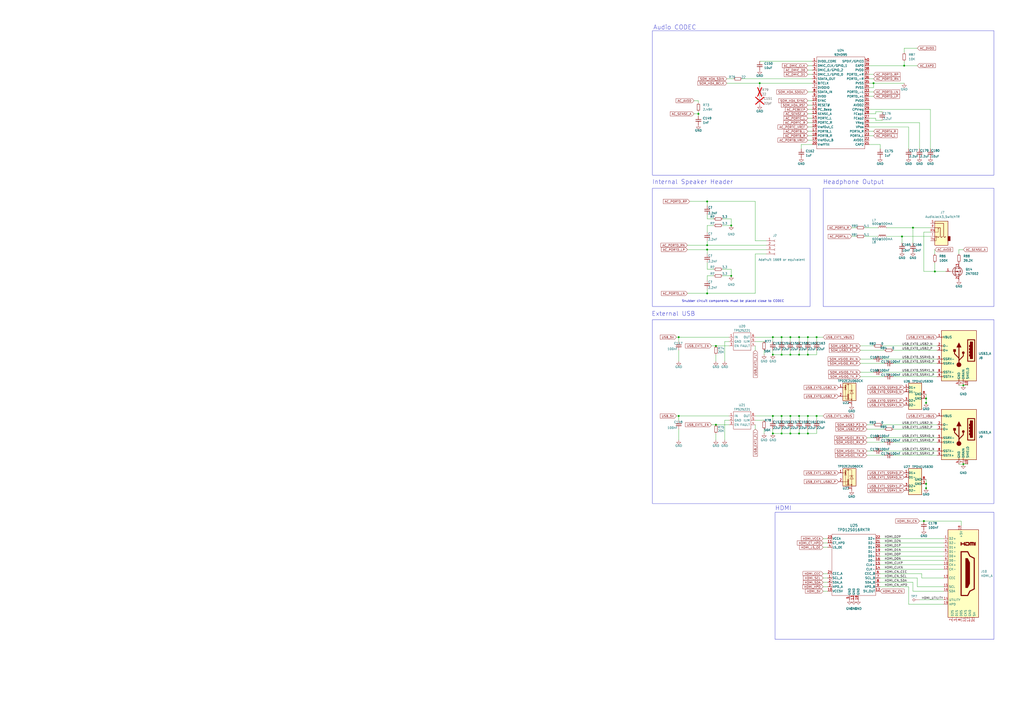
<source format=kicad_sch>
(kicad_sch (version 20231120) (generator "eeschema") (generator_version "8.0")
  (paper "A2")
  (title_block (title "MediaCow Touch 2 Lite \"Curitiba\" - IO") (date "2025-03-23 - 2025-06-04") (company "CTCL 2021-2025"))
  (junction (at 468.63 205.74))
  (junction (at 463.55 205.74))
  (junction (at 424.18 160.02))
  (junction (at 542.29 157.48))
  (junction (at 463.55 241.3))
  (junction (at 529.59 132.08))
  (junction (at 458.47 241.3))
  (junction (at 468.63 195.58))
  (junction (at 537.21 283.21))
  (junction (at 453.39 241.3))
  (junction (at 535.94 302.26))
  (junction (at 410.21 142.24))
  (junction (at 523.24 137.16))
  (junction (at 405.13 66.04))
  (junction (at 448.31 205.74))
  (junction (at 537.21 233.68))
  (junction (at 458.47 195.58))
  (junction (at 463.55 195.58))
  (junction (at 448.31 241.3))
  (junction (at 453.39 205.74))
  (junction (at 558.8 269.24))
  (junction (at 415.29 200.66))
  (junction (at 468.63 251.46))
  (junction (at 448.31 251.46))
  (junction (at 458.47 251.46))
  (junction (at 463.55 251.46))
  (junction (at 537.21 231.14))
  (junction (at 453.39 251.46))
  (junction (at 468.63 241.3))
  (junction (at 473.71 241.3))
  (junction (at 537.21 280.67))
  (junction (at 473.71 195.58))
  (junction (at 424.18 130.81))
  (junction (at 440.69 48.26))
  (junction (at 453.39 195.58))
  (junction (at 458.47 205.74))
  (junction (at 410.21 170.18))
  (junction (at 393.7 241.3))
  (junction (at 410.21 144.78))
  (junction (at 448.31 195.58))
  (junction (at 410.21 116.84))
  (junction (at 506.73 48.26))
  (junction (at 415.29 246.38))
  (junction (at 393.7 195.58))
  (junction (at 558.8 223.52))
  (junction (at 524.51 38.1))
  (wire (pts (xy 410.21 160.02) (xy 414.02 160.02)))
  (wire (pts (xy 533.4 86.36) (xy 533.4 71.12)))
  (wire (pts (xy 508 64.77) (xy 508 66.04)))
  (wire (pts (xy 453.39 251.46) (xy 453.39 248.92)))
  (wire (pts (xy 468.63 251.46) (xy 468.63 248.92)))
  (wire (pts (xy 510.54 327.66) (xy 547.37 327.66)))
  (wire (pts (xy 443.23 251.46) (xy 443.23 248.92)))
  (wire (pts (xy 501.65 132.08) (xy 509.27 132.08)))
  (wire (pts (xy 527.05 86.36) (xy 527.05 73.66)))
  (wire (pts (xy 556.26 144.78) (xy 556.26 147.32)))
  (wire (pts (xy 494.03 137.16) (xy 496.57 137.16)))
  (wire (pts (xy 548.64 157.48) (xy 542.29 157.48)))
  (wire (pts (xy 502.92 248.92) (xy 513.08 248.92)))
  (wire (pts (xy 410.21 134.62) (xy 410.21 130.81)))
  (wire (pts (xy 438.15 139.7) (xy 444.5 139.7)))
  (wire (pts (xy 415.29 251.46) (xy 415.29 255.27)))
  (wire (pts (xy 458.47 241.3) (xy 463.55 241.3)))
  (wire (pts (xy 453.39 241.3) (xy 458.47 241.3)))
  (wire (pts (xy 506.73 45.72) (xy 504.19 45.72)))
  (wire (pts (xy 537.21 280.67) (xy 537.21 283.21)))
  (wire (pts (xy 468.63 78.74) (xy 471.17 78.74)))
  (wire (pts (xy 510.54 325.12) (xy 547.37 325.12)))
  (wire (pts (xy 448.31 251.46) (xy 453.39 251.46)))
  (wire (pts (xy 477.52 312.42) (xy 480.06 312.42)))
  (wire (pts (xy 405.13 64.77) (xy 405.13 66.04)))
  (wire (pts (xy 392.43 195.58) (xy 393.7 195.58)))
  (wire (pts (xy 415.29 205.74) (xy 415.29 209.55)))
  (wire (pts (xy 499.11 215.9) (xy 506.73 215.9)))
  (wire (pts (xy 527.05 350.52) (xy 547.37 350.52)))
  (wire (pts (xy 558.8 223.52) (xy 561.34 223.52)))
  (wire (pts (xy 537.21 228.6) (xy 537.21 231.14)))
  (wire (pts (xy 419.1 127) (xy 424.18 127)))
  (wire (pts (xy 527.05 73.66) (xy 504.19 73.66)))
  (wire (pts (xy 506.73 76.2) (xy 504.19 76.2)))
  (wire (pts (xy 506.73 55.88) (xy 504.19 55.88)))
  (wire (pts (xy 393.7 195.58) (xy 422.91 195.58)))
  (wire (pts (xy 458.47 251.46) (xy 463.55 251.46)))
  (wire (pts (xy 468.63 58.42) (xy 471.17 58.42)))
  (wire (pts (xy 420.37 198.12) (xy 422.91 198.12)))
  (wire (pts (xy 458.47 205.74) (xy 458.47 203.2)))
  (wire (pts (xy 400.05 116.84) (xy 410.21 116.84)))
  (wire (pts (xy 510.54 83.82) (xy 504.19 83.82)))
  (wire (pts (xy 398.78 170.18) (xy 410.21 170.18)))
  (wire (pts (xy 438.15 248.92) (xy 438.15 246.38)))
  (wire (pts (xy 468.63 71.12) (xy 471.17 71.12)))
  (wire (pts (xy 532.13 335.28) (xy 532.13 340.36)))
  (wire (pts (xy 419.1 156.21) (xy 424.18 156.21)))
  (wire (pts (xy 508 66.04) (xy 504.19 66.04)))
  (wire (pts (xy 415.29 200.66) (xy 422.91 200.66)))
  (wire (pts (xy 393.7 241.3) (xy 422.91 241.3)))
  (wire (pts (xy 443.23 205.74) (xy 443.23 203.2)))
  (wire (pts (xy 511.81 200.66) (xy 543.56 200.66)))
  (wire (pts (xy 473.71 241.3) (xy 477.52 241.3)))
  (wire (pts (xy 458.47 195.58) (xy 463.55 195.58)))
  (wire (pts (xy 514.35 137.16) (xy 523.24 137.16)))
  (wire (pts (xy 510.54 335.28) (xy 532.13 335.28)))
  (wire (pts (xy 438.15 198.12) (xy 443.23 198.12)))
  (wire (pts (xy 453.39 195.58) (xy 458.47 195.58)))
  (wire (pts (xy 438.15 241.3) (xy 448.31 241.3)))
  (wire (pts (xy 532.13 27.94) (xy 524.51 27.94)))
  (wire (pts (xy 510.54 314.96) (xy 547.37 314.96)))
  (wire (pts (xy 534.67 335.28) (xy 534.67 332.74)))
  (wire (pts (xy 410.21 127) (xy 414.02 127)))
  (wire (pts (xy 473.71 205.74) (xy 473.71 203.2)))
  (wire (pts (xy 510.54 86.36) (xy 510.54 83.82)))
  (wire (pts (xy 410.21 116.84) (xy 410.21 119.38)))
  (wire (pts (xy 402.59 66.04) (xy 405.13 66.04)))
  (wire (pts (xy 506.73 48.26) (xy 506.73 50.8)))
  (wire (pts (xy 556.26 223.52) (xy 558.8 223.52)))
  (wire (pts (xy 499.11 210.82) (xy 513.08 210.82)))
  (wire (pts (xy 508 69.85) (xy 511.81 69.85)))
  (wire (pts (xy 524.51 27.94) (xy 524.51 30.48)))
  (wire (pts (xy 438.15 116.84) (xy 410.21 116.84)))
  (wire (pts (xy 477.52 332.74) (xy 480.06 332.74)))
  (wire (pts (xy 527.05 340.36) (xy 527.05 350.52)))
  (wire (pts (xy 542.29 157.48) (xy 535.94 157.48)))
  (wire (pts (xy 421.64 48.26) (xy 440.69 48.26)))
  (wire (pts (xy 463.55 251.46) (xy 463.55 248.92)))
  (wire (pts (xy 539.75 86.36) (xy 539.75 63.5)))
  (wire (pts (xy 518.16 203.2) (xy 543.56 203.2)))
  (wire (pts (xy 534.67 332.74) (xy 510.54 332.74)))
  (wire (pts (xy 514.35 132.08) (xy 529.59 132.08)))
  (wire (pts (xy 438.15 116.84) (xy 438.15 139.7)))
  (wire (pts (xy 410.21 124.46) (xy 410.21 127)))
  (wire (pts (xy 424.18 127) (xy 424.18 130.81)))
  (wire (pts (xy 468.63 43.18) (xy 471.17 43.18)))
  (wire (pts (xy 506.73 43.18) (xy 504.19 43.18)))
  (wire (pts (xy 410.21 152.4) (xy 410.21 156.21)))
  (wire (pts (xy 464.82 86.36) (xy 464.82 83.82)))
  (wire (pts (xy 405.13 58.42) (xy 405.13 59.69)))
  (wire (pts (xy 468.63 195.58) (xy 468.63 198.12)))
  (wire (pts (xy 533.4 302.26) (xy 535.94 302.26)))
  (wire (pts (xy 524.51 38.1) (xy 504.19 38.1)))
  (wire (pts (xy 477.52 340.36) (xy 480.06 340.36)))
  (wire (pts (xy 537.21 231.14) (xy 537.21 233.68)))
  (wire (pts (xy 393.7 209.55) (xy 393.7 203.2)))
  (wire (pts (xy 468.63 73.66) (xy 471.17 73.66)))
  (wire (pts (xy 453.39 241.3) (xy 453.39 243.84)))
  (wire (pts (xy 438.15 195.58) (xy 448.31 195.58)))
  (wire (pts (xy 524.51 38.1) (xy 532.13 38.1)))
  (wire (pts (xy 402.59 58.42) (xy 405.13 58.42)))
  (wire (pts (xy 468.63 63.5) (xy 471.17 63.5)))
  (wire (pts (xy 556.26 269.24) (xy 558.8 269.24)))
  (wire (pts (xy 448.31 243.84) (xy 448.31 241.3)))
  (wire (pts (xy 477.52 314.96) (xy 480.06 314.96)))
  (wire (pts (xy 502.92 254) (xy 506.73 254)))
  (wire (pts (xy 558.8 144.78) (xy 556.26 144.78)))
  (wire (pts (xy 420.37 255.27) (xy 420.37 243.84)))
  (wire (pts (xy 415.29 246.38) (xy 422.91 246.38)))
  (wire (pts (xy 438.15 170.18) (xy 438.15 147.32)))
  (wire (pts (xy 529.59 132.08) (xy 529.59 140.97)))
  (wire (pts (xy 510.54 320.04) (xy 547.37 320.04)))
  (wire (pts (xy 510.54 312.42) (xy 547.37 312.42)))
  (wire (pts (xy 524.51 35.56) (xy 524.51 38.1)))
  (wire (pts (xy 533.4 347.98) (xy 547.37 347.98)))
  (wire (pts (xy 463.55 251.46) (xy 468.63 251.46)))
  (wire (pts (xy 468.63 60.96) (xy 471.17 60.96)))
  (wire (pts (xy 518.16 218.44) (xy 543.56 218.44)))
  (wire (pts (xy 410.21 142.24) (xy 444.5 142.24)))
  (wire (pts (xy 392.43 241.3) (xy 393.7 241.3)))
  (wire (pts (xy 468.63 53.34) (xy 471.17 53.34)))
  (wire (pts (xy 499.11 200.66) (xy 506.73 200.66)))
  (wire (pts (xy 510.54 340.36) (xy 527.05 340.36)))
  (wire (pts (xy 511.81 246.38) (xy 543.56 246.38)))
  (wire (pts (xy 511.81 208.28) (xy 543.56 208.28)))
  (wire (pts (xy 468.63 205.74) (xy 468.63 203.2)))
  (wire (pts (xy 420.37 209.55) (xy 420.37 198.12)))
  (wire (pts (xy 468.63 241.3) (xy 468.63 243.84)))
  (wire (pts (xy 523.24 137.16) (xy 539.75 137.16)))
  (wire (pts (xy 557.53 302.26) (xy 557.53 304.8)))
  (wire (pts (xy 502.92 261.62) (xy 506.73 261.62)))
  (wire (pts (xy 463.55 241.3) (xy 468.63 241.3)))
  (wire (pts (xy 458.47 205.74) (xy 463.55 205.74)))
  (wire (pts (xy 510.54 317.5) (xy 547.37 317.5)))
  (wire (pts (xy 506.73 53.34) (xy 504.19 53.34)))
  (wire (pts (xy 463.55 241.3) (xy 463.55 243.84)))
  (wire (pts (xy 468.63 251.46) (xy 473.71 251.46)))
  (wire (pts (xy 532.13 340.36) (xy 547.37 340.36)))
  (wire (pts (xy 464.82 83.82) (xy 471.17 83.82)))
  (wire (pts (xy 473.71 251.46) (xy 473.71 248.92)))
  (wire (pts (xy 547.37 342.9) (xy 529.59 342.9)))
  (wire (pts (xy 511.81 254) (xy 543.56 254)))
  (wire (pts (xy 412.75 246.38) (xy 415.29 246.38)))
  (wire (pts (xy 440.69 48.26) (xy 440.69 50.8)))
  (wire (pts (xy 542.29 152.4) (xy 542.29 157.48)))
  (wire (pts (xy 535.94 302.26) (xy 557.53 302.26)))
  (wire (pts (xy 405.13 67.31) (xy 405.13 66.04)))
  (wire (pts (xy 448.31 195.58) (xy 453.39 195.58)))
  (wire (pts (xy 468.63 68.58) (xy 471.17 68.58)))
  (wire (pts (xy 448.31 241.3) (xy 453.39 241.3)))
  (wire (pts (xy 412.75 200.66) (xy 415.29 200.66)))
  (wire (pts (xy 468.63 195.58) (xy 473.71 195.58)))
  (wire (pts (xy 473.71 241.3) (xy 473.71 243.84)))
  (wire (pts (xy 477.52 342.9) (xy 480.06 342.9)))
  (wire (pts (xy 420.37 243.84) (xy 422.91 243.84)))
  (wire (pts (xy 542.29 144.78) (xy 542.29 147.32)))
  (wire (pts (xy 502.92 264.16) (xy 513.08 264.16)))
  (wire (pts (xy 502.92 246.38) (xy 506.73 246.38)))
  (wire (pts (xy 421.64 45.72) (xy 425.45 45.72)))
  (wire (pts (xy 419.1 160.02) (xy 424.18 160.02)))
  (wire (pts (xy 504.19 68.58) (xy 508 68.58)))
  (wire (pts (xy 535.94 157.48) (xy 535.94 134.62)))
  (wire (pts (xy 523.24 137.16) (xy 523.24 140.97)))
  (wire (pts (xy 473.71 195.58) (xy 473.71 198.12)))
  (wire (pts (xy 547.37 335.28) (xy 534.67 335.28)))
  (wire (pts (xy 458.47 241.3) (xy 458.47 243.84)))
  (wire (pts (xy 463.55 205.74) (xy 463.55 203.2)))
  (wire (pts (xy 504.19 48.26) (xy 506.73 48.26)))
  (wire (pts (xy 453.39 205.74) (xy 458.47 205.74)))
  (wire (pts (xy 511.81 261.62) (xy 543.56 261.62)))
  (wire (pts (xy 410.21 167.64) (xy 410.21 170.18)))
  (wire (pts (xy 440.69 35.56) (xy 471.17 35.56)))
  (wire (pts (xy 494.03 132.08) (xy 496.57 132.08)))
  (wire (pts (xy 468.63 76.2) (xy 471.17 76.2)))
  (wire (pts (xy 468.63 81.28) (xy 471.17 81.28)))
  (wire (pts (xy 438.15 243.84) (xy 443.23 243.84)))
  (wire (pts (xy 448.31 205.74) (xy 453.39 205.74)))
  (wire (pts (xy 448.31 251.46) (xy 448.31 248.92)))
  (wire (pts (xy 424.18 156.21) (xy 424.18 160.02)))
  (wire (pts (xy 518.16 256.54) (xy 543.56 256.54)))
  (wire (pts (xy 510.54 322.58) (xy 547.37 322.58)))
  (wire (pts (xy 506.73 78.74) (xy 504.19 78.74)))
  (wire (pts (xy 430.53 45.72) (xy 471.17 45.72)))
  (wire (pts (xy 501.65 137.16) (xy 509.27 137.16)))
  (wire (pts (xy 398.78 142.24) (xy 410.21 142.24)))
  (wire (pts (xy 537.21 278.13) (xy 537.21 280.67)))
  (wire (pts (xy 453.39 205.74) (xy 453.39 203.2)))
  (wire (pts (xy 506.73 50.8) (xy 504.19 50.8)))
  (wire (pts (xy 508 69.85) (xy 508 68.58)))
  (wire (pts (xy 477.52 335.28) (xy 480.06 335.28)))
  (wire (pts (xy 393.7 198.12) (xy 393.7 195.58)))
  (wire (pts (xy 438.15 147.32) (xy 444.5 147.32)))
  (wire (pts (xy 499.11 208.28) (xy 506.73 208.28)))
  (wire (pts (xy 499.11 218.44) (xy 513.08 218.44)))
  (wire (pts (xy 463.55 205.74) (xy 468.63 205.74)))
  (wire (pts (xy 448.31 198.12) (xy 448.31 195.58)))
  (wire (pts (xy 438.15 203.2) (xy 438.15 200.66)))
  (wire (pts (xy 529.59 342.9) (xy 529.59 337.82)))
  (wire (pts (xy 419.1 130.81) (xy 424.18 130.81)))
  (wire (pts (xy 468.63 40.64) (xy 471.17 40.64)))
  (wire (pts (xy 535.94 134.62) (xy 539.75 134.62)))
  (wire (pts (xy 398.78 144.78) (xy 410.21 144.78)))
  (wire (pts (xy 502.92 256.54) (xy 513.08 256.54)))
  (wire (pts (xy 477.52 317.5) (xy 480.06 317.5)))
  (wire (pts (xy 504.19 63.5) (xy 539.75 63.5)))
  (wire (pts (xy 440.69 48.26) (xy 471.17 48.26)))
  (wire (pts (xy 458.47 251.46) (xy 458.47 248.92)))
  (wire (pts (xy 410.21 147.32) (xy 410.21 144.78)))
  (wire (pts (xy 410.21 162.56) (xy 410.21 160.02)))
  (wire (pts (xy 477.52 337.82) (xy 480.06 337.82)))
  (wire (pts (xy 458.47 195.58) (xy 458.47 198.12)))
  (wire (pts (xy 468.63 66.04) (xy 471.17 66.04)))
  (wire (pts (xy 453.39 195.58) (xy 453.39 198.12)))
  (wire (pts (xy 393.7 255.27) (xy 393.7 248.92)))
  (wire (pts (xy 473.71 195.58) (xy 477.52 195.58)))
  (wire (pts (xy 506.73 48.26) (xy 524.51 48.26)))
  (wire (pts (xy 453.39 251.46) (xy 458.47 251.46)))
  (wire (pts (xy 463.55 195.58) (xy 468.63 195.58)))
  (wire (pts (xy 529.59 337.82) (xy 510.54 337.82)))
  (wire (pts (xy 393.7 243.84) (xy 393.7 241.3)))
  (wire (pts (xy 518.16 264.16) (xy 543.56 264.16)))
  (wire (pts (xy 468.63 38.1) (xy 471.17 38.1)))
  (wire (pts (xy 410.21 130.81) (xy 414.02 130.81)))
  (wire (pts (xy 511.81 215.9) (xy 543.56 215.9)))
  (wire (pts (xy 510.54 330.2) (xy 547.37 330.2)))
  (wire (pts (xy 499.11 203.2) (xy 513.08 203.2)))
  (wire (pts (xy 448.31 205.74) (xy 448.31 203.2)))
  (wire (pts (xy 468.63 241.3) (xy 473.71 241.3)))
  (wire (pts (xy 518.16 210.82) (xy 543.56 210.82)))
  (wire (pts (xy 533.4 71.12) (xy 504.19 71.12)))
  (wire (pts (xy 410.21 170.18) (xy 438.15 170.18)))
  (wire (pts (xy 410.21 156.21) (xy 414.02 156.21)))
  (wire (pts (xy 463.55 195.58) (xy 463.55 198.12)))
  (wire (pts (xy 508 64.77) (xy 511.81 64.77)))
  (wire (pts (xy 410.21 139.7) (xy 410.21 142.24)))
  (wire (pts (xy 558.8 269.24) (xy 561.34 269.24)))
  (wire (pts (xy 518.16 248.92) (xy 543.56 248.92)))
  (wire (pts (xy 410.21 144.78) (xy 444.5 144.78)))
  (wire (pts (xy 529.59 132.08) (xy 539.75 132.08)))
  (wire (pts (xy 468.63 205.74) (xy 473.71 205.74)))
  (rectangle (start 477.52 109.22) (end 576.58 177.8))
  (rectangle (start 378.46 17.78) (end 576.58 101.6))
  (rectangle (start 378.46 109.22) (end 469.9 177.8))
  (rectangle (start 449.58 297.18) (end 576.58 370.84))
  (rectangle (start 378.46 185.42) (end 576.58 292.1))
  (text "Audio CODEC" (at 391.414 16.002 0) (effects (font (size 2.54 2.54))))
  (text "Snubber circuit components must be placed close to CODEC" (at 425.196 174.752 0) (effects (font (size 1.27 1.27))))
  (text "External USB\n" (at 390.652 182.118 0) (effects (font (size 2.54 2.54))))
  (text "HDMI" (at 454.406 294.894 0) (effects (font (size 2.54 2.54))))
  (text "Headphone Output" (at 495.046 105.664 0) (effects (font (size 2.54 2.54))))
  (text "Internal Speaker Header" (at 401.828 105.664 0) (effects (font (size 2.54 2.54))))
  (label "HDMI_CN_SCL" (at 513.08 335.28 0))
  (label "USB_EXT0_USB2_N" (at 523.24 200.66 0))
  (label "USB_EXT1_SSRX0_P" (at 523.24 256.54 0))
  (label "USB_EXT1_SSRX0_N" (at 523.24 254 0))
  (label "HDMI_CLKP" (at 513.08 327.66 0))
  (label "HDMI_CLKN" (at 513.08 330.2 0))
  (label "HDMI_CN_SDA" (at 513.08 337.82 0))
  (label "HDMI_D2N" (at 513.08 314.96 0))
  (label "USB_EXT0_SSRX0_P" (at 523.24 210.82 0))
  (label "HDMI_D0P" (at 513.08 322.58 0))
  (label "USB_EXT1_USB2_P" (at 523.24 248.92 0))
  (label "USB_EXT1_SSRX1_P" (at 523.24 264.16 0))
  (label "HDMI_UTILITY" (at 534.67 347.98 0))
  (label "USB_EXT0_SSRX1_P" (at 523.24 218.44 0))
  (label "HDMI_CN_CEC" (at 513.08 332.74 0))
  (label "USB_EXT0_USB2_P" (at 523.24 203.2 0))
  (label "USB_EXT1_USB2_N" (at 523.24 246.38 0))
  (label "USB_EXT1_SSRX1_N" (at 523.24 261.62 0))
  (label "HDMI_D2P" (at 513.08 312.42 0))
  (label "HDMI_CN_HPD" (at 513.08 340.36 0))
  (label "USB_EXT0_SSRX0_N" (at 523.24 208.28 0))
  (label "HDMI_D1P" (at 513.08 317.5 0))
  (label "USB_EXT0_SSRX1_N" (at 523.24 215.9 0))
  (label "HDMI_D1N" (at 513.08 320.04 0))
  (label "HDMI_D0N" (at 513.08 325.12 0))
  (global_label "AC_PORTD_RP" (shape input) (at 400.05 116.84 180) (property "Intersheetrefs" "${INTERSHEET_REFS}" (effects (hide yes))))
  (global_label "AC_PORTC_VREF" (shape input) (at 468.63 73.66 180) (property "Intersheetrefs" "${INTERSHEET_REFS}" (effects (hide yes))))
  (global_label "AC_SENSE_A" (shape input) (at 558.8 144.78 0) (property "Intersheetrefs" "${INTERSHEET_REFS}" (effects (hide yes))))
  (global_label "AC_PORTD_RN" (shape input) (at 398.78 142.24 180) (property "Intersheetrefs" "${INTERSHEET_REFS}" (effects (hide yes))))
  (global_label "AC_PCBEEP" (shape input) (at 468.63 63.5 180) (property "Intersheetrefs" "${INTERSHEET_REFS}" (effects (hide yes))))
  (global_label "USB_EXT1_FLT" (shape input) (at 438.15 248.92 270) (property "Intersheetrefs" "${INTERSHEET_REFS}" (effects (hide yes))))
  (global_label "AC_PORTA_R" (shape input) (at 506.73 76.2 0) (property "Intersheetrefs" "${INTERSHEET_REFS}" (effects (hide yes))))
  (global_label "HDMI_SCL" (shape input) (at 477.52 335.28 180) (property "Intersheetrefs" "${INTERSHEET_REFS}" (effects (hide yes))))
  (global_label "USB_EXT1_EN" (shape input) (at 412.75 246.38 180) (property "Intersheetrefs" "${INTERSHEET_REFS}" (effects (hide yes))))
  (global_label "HDMI_5V" (shape input) (at 477.52 342.9 180) (property "Intersheetrefs" "${INTERSHEET_REFS}" (effects (hide yes))))
  (global_label "HDMI_CT_HPD" (shape input) (at 477.52 314.96 180) (property "Intersheetrefs" "${INTERSHEET_REFS}" (effects (hide yes))))
  (global_label "SOM_HSIO1_RX_P" (shape input) (at 502.92 256.54 180) (property "Intersheetrefs" "${INTERSHEET_REFS}" (effects (hide yes))))
  (global_label "SOM_USB2_P1_N" (shape input) (at 499.11 200.66 180) (property "Intersheetrefs" "${INTERSHEET_REFS}" (effects (hide yes))))
  (global_label "USB_EXT0_SSRX1_N" (shape input) (at 524.51 234.95 180) (property "Intersheetrefs" "${INTERSHEET_REFS}" (effects (hide yes))))
  (global_label "AC_PORTC_L" (shape input) (at 468.63 68.58 180) (property "Intersheetrefs" "${INTERSHEET_REFS}" (effects (hide yes))))
  (global_label "HDMI_5V_CN" (shape input) (at 510.54 342.9 0) (property "Intersheetrefs" "${INTERSHEET_REFS}" (effects (hide yes))))
  (global_label "USB_EXT1_SSRX0_P" (shape input) (at 524.51 274.32 180) (property "Intersheetrefs" "${INTERSHEET_REFS}" (effects (hide yes))))
  (global_label "USB_EXT0_USB2_P" (shape input) (at 486.41 229.87 180) (property "Intersheetrefs" "${INTERSHEET_REFS}" (effects (hide yes))))
  (global_label "USB_EXT1_USB2_N" (shape input) (at 486.41 274.32 180) (property "Intersheetrefs" "${INTERSHEET_REFS}" (effects (hide yes))))
  (global_label "SOM_HSIO0_RX_N" (shape input) (at 499.11 208.28 180) (property "Intersheetrefs" "${INTERSHEET_REFS}" (effects (hide yes))))
  (global_label "AC_PORTD_RP" (shape input) (at 506.73 43.18 0) (property "Intersheetrefs" "${INTERSHEET_REFS}" (effects (hide yes))))
  (global_label "AC_DMIC_D1" (shape input) (at 468.63 43.18 180) (property "Intersheetrefs" "${INTERSHEET_REFS}" (effects (hide yes))))
  (global_label "AC_PORTA_L" (shape input) (at 506.73 78.74 0) (property "Intersheetrefs" "${INTERSHEET_REFS}" (effects (hide yes))))
  (global_label "USB_5V" (shape input) (at 392.43 195.58 180) (property "Intersheetrefs" "${INTERSHEET_REFS}" (effects (hide yes))))
  (global_label "SOM_HSIO1_RX_N" (shape input) (at 502.92 254 180) (property "Intersheetrefs" "${INTERSHEET_REFS}" (effects (hide yes))))
  (global_label "AC_AVDD" (shape input) (at 402.59 58.42 180) (property "Intersheetrefs" "${INTERSHEET_REFS}" (effects (hide yes))))
  (global_label "SOM_HDA_SDOUT" (shape input) (at 468.63 53.34 180) (property "Intersheetrefs" "${INTERSHEET_REFS}" (effects (hide yes))))
  (global_label "AC_PORTB_VREF" (shape input) (at 468.63 81.28 180) (property "Intersheetrefs" "${INTERSHEET_REFS}" (effects (hide yes))))
  (global_label "SOM_USB2_P2_N" (shape input) (at 502.92 246.38 180) (property "Intersheetrefs" "${INTERSHEET_REFS}" (effects (hide yes))))
  (global_label "USB_EXT0_SSRX1_P" (shape input) (at 524.51 232.41 180) (property "Intersheetrefs" "${INTERSHEET_REFS}" (effects (hide yes))))
  (global_label "USB_EXT0_VBUS" (shape input) (at 543.56 195.58 180) (property "Intersheetrefs" "${INTERSHEET_REFS}" (effects (hide yes))))
  (global_label "AC_PORTB_R" (shape input) (at 468.63 78.74 180) (property "Intersheetrefs" "${INTERSHEET_REFS}" (effects (hide yes))))
  (global_label "AC_PORTD_LN" (shape input) (at 398.78 170.18 180) (property "Intersheetrefs" "${INTERSHEET_REFS}" (effects (hide yes))))
  (global_label "USB_EXT1_VBUS" (shape input) (at 543.56 241.3 180) (property "Intersheetrefs" "${INTERSHEET_REFS}" (effects (hide yes))))
  (global_label "SOM_HDA_RST" (shape input) (at 468.63 60.96 180) (property "Intersheetrefs" "${INTERSHEET_REFS}" (effects (hide yes))))
  (global_label "AC_PORTC_R" (shape input) (at 468.63 71.12 180) (property "Intersheetrefs" "${INTERSHEET_REFS}" (effects (hide yes))))
  (global_label "SOM_USB2_P2_P" (shape input) (at 502.92 248.92 180) (property "Intersheetrefs" "${INTERSHEET_REFS}" (effects (hide yes))))
  (global_label "USB_EXT1_SSRX1_N" (shape input) (at 524.51 284.48 180) (property "Intersheetrefs" "${INTERSHEET_REFS}" (effects (hide yes))))
  (global_label "AC_SENSE_A" (shape input) (at 402.59 66.04 180) (property "Intersheetrefs" "${INTERSHEET_REFS}" (effects (hide yes))))
  (global_label "AC_DMIC_D0" (shape input) (at 468.63 40.64 180) (property "Intersheetrefs" "${INTERSHEET_REFS}" (effects (hide yes))))
  (global_label "USB_EXT0_SSRX0_P" (shape input) (at 524.51 224.79 180) (property "Intersheetrefs" "${INTERSHEET_REFS}" (effects (hide yes))))
  (global_label "SOM_HDA_SDIN" (shape input) (at 421.64 45.72 180) (property "Intersheetrefs" "${INTERSHEET_REFS}" (effects (hide yes))))
  (global_label "HDMI_HPD" (shape input) (at 477.52 340.36 180) (property "Intersheetrefs" "${INTERSHEET_REFS}" (effects (hide yes))))
  (global_label "SOM_HDA_SYNC" (shape input) (at 468.63 58.42 180) (property "Intersheetrefs" "${INTERSHEET_REFS}" (effects (hide yes))))
  (global_label "AC_PORTD_RN" (shape input) (at 506.73 45.72 0) (property "Intersheetrefs" "${INTERSHEET_REFS}" (effects (hide yes))))
  (global_label "USB_EXT1_FLT" (shape input) (at 438.15 203.2 270) (property "Intersheetrefs" "${INTERSHEET_REFS}" (effects (hide yes))))
  (global_label "SOM_HSIO0_RX_P" (shape input) (at 499.11 210.82 180) (property "Intersheetrefs" "${INTERSHEET_REFS}" (effects (hide yes))))
  (global_label "SOM_HDA_BCLK" (shape input) (at 421.64 48.26 180) (property "Intersheetrefs" "${INTERSHEET_REFS}" (effects (hide yes))))
  (global_label "USB_5V" (shape input) (at 392.43 241.3 180) (property "Intersheetrefs" "${INTERSHEET_REFS}" (effects (hide yes))))
  (global_label "HDMI_CEC" (shape input) (at 477.52 332.74 180) (property "Intersheetrefs" "${INTERSHEET_REFS}" (effects (hide yes))))
  (global_label "USB_EXT1_VBUS" (shape input) (at 477.52 195.58 0) (property "Intersheetrefs" "${INTERSHEET_REFS}" (effects (hide yes))))
  (global_label "AC_PORTD_LP" (shape input) (at 506.73 55.88 0) (property "Intersheetrefs" "${INTERSHEET_REFS}" (effects (hide yes))))
  (global_label "HDMI_LS_OE" (shape input) (at 477.52 317.5 180) (property "Intersheetrefs" "${INTERSHEET_REFS}" (effects (hide yes))))
  (global_label "AC_SENSE_A" (shape input) (at 468.63 66.04 180) (property "Intersheetrefs" "${INTERSHEET_REFS}" (effects (hide yes))))
  (global_label "AC_DVDD" (shape input) (at 532.13 27.94 0) (property "Intersheetrefs" "${INTERSHEET_REFS}" (effects (hide yes))))
  (global_label "SOM_USB2_P1_P" (shape input) (at 499.11 203.2 180) (property "Intersheetrefs" "${INTERSHEET_REFS}" (effects (hide yes))))
  (global_label "SOM_HSIO0_TX_P" (shape input) (at 499.11 218.44 180) (property "Intersheetrefs" "${INTERSHEET_REFS}" (effects (hide yes))))
  (global_label "HDMI_5V_CN" (shape input) (at 533.4 302.26 180) (property "Intersheetrefs" "${INTERSHEET_REFS}" (effects (hide yes))))
  (global_label "AC_DMIC_CLK" (shape input) (at 468.63 38.1 180) (property "Intersheetrefs" "${INTERSHEET_REFS}" (effects (hide yes))))
  (global_label "AC_PORTD_LN" (shape input) (at 506.73 53.34 0) (property "Intersheetrefs" "${INTERSHEET_REFS}" (effects (hide yes))))
  (global_label "USB_EXT1_SSRX1_P" (shape input) (at 524.51 281.94 180) (property "Intersheetrefs" "${INTERSHEET_REFS}" (effects (hide yes))))
  (global_label "AC_PORTD_LP" (shape input) (at 398.78 144.78 180) (property "Intersheetrefs" "${INTERSHEET_REFS}" (effects (hide yes))))
  (global_label "USB_EXT0_SSRX0_N" (shape input) (at 524.51 227.33 180) (property "Intersheetrefs" "${INTERSHEET_REFS}" (effects (hide yes))))
  (global_label "AC_AVDD" (shape input) (at 542.29 144.78 0) (property "Intersheetrefs" "${INTERSHEET_REFS}" (effects (hide yes))))
  (global_label "AC_EAPD" (shape input) (at 532.13 38.1 0) (property "Intersheetrefs" "${INTERSHEET_REFS}" (effects (hide yes))))
  (global_label "SOM_HSIO1_TX_P" (shape input) (at 502.92 264.16 180) (property "Intersheetrefs" "${INTERSHEET_REFS}" (effects (hide yes))))
  (global_label "SOM_HSIO0_TX_N" (shape input) (at 499.11 215.9 180) (property "Intersheetrefs" "${INTERSHEET_REFS}" (effects (hide yes))))
  (global_label "SOM_HSIO1_TX_N" (shape input) (at 502.92 261.62 180) (property "Intersheetrefs" "${INTERSHEET_REFS}" (effects (hide yes))))
  (global_label "AC_PORTA_L" (shape input) (at 494.03 137.16 180) (property "Intersheetrefs" "${INTERSHEET_REFS}" (effects (hide yes))))
  (global_label "USB_EXT1_VBUS" (shape input) (at 477.52 241.3 0) (property "Intersheetrefs" "${INTERSHEET_REFS}" (effects (hide yes))))
  (global_label "USB_EXT1_USB2_P" (shape input) (at 486.41 279.4 180) (property "Intersheetrefs" "${INTERSHEET_REFS}" (effects (hide yes))))
  (global_label "HDMI_SDA" (shape input) (at 477.52 337.82 180) (property "Intersheetrefs" "${INTERSHEET_REFS}" (effects (hide yes))))
  (global_label "USB_EXT0_USB2_N" (shape input) (at 486.41 224.79 180) (property "Intersheetrefs" "${INTERSHEET_REFS}" (effects (hide yes))))
  (global_label "USB_EXT1_SSRX0_N" (shape input) (at 524.51 276.86 180) (property "Intersheetrefs" "${INTERSHEET_REFS}" (effects (hide yes))))
  (global_label "USB_EXT1_EN" (shape input) (at 412.75 200.66 180) (property "Intersheetrefs" "${INTERSHEET_REFS}" (effects (hide yes))))
  (global_label "AC_PORTA_R" (shape input) (at 494.03 132.08 180) (property "Intersheetrefs" "${INTERSHEET_REFS}" (effects (hide yes))))
  (global_label "AC_PORTB_L" (shape input) (at 468.63 76.2 180) (property "Intersheetrefs" "${INTERSHEET_REFS}" (effects (hide yes))))
  (global_label "HDMI_VCCA" (shape input) (at 477.52 312.42 180) (property "Intersheetrefs" "${INTERSHEET_REFS}" (effects (hide yes))))
  (symbol (lib_id "power:GND") (at 537.21 233.68 0) (unit 1)
    (property "Reference" "#PWR124" (effects (hide yes)))
    (property "Value" "GND" (at 537.21 237.236 0))
    (property "Description" "Power symbol creates a global label with name \"GND\" , ground" (effects (hide yes)))
  )
  (symbol (lib_id "power:GND") (at 424.18 130.81 0) (unit 1)
    (property "Reference" "#PWR142" (effects (hide yes)))
    (property "Value" "GND" (at 424.18 135.89 0))
    (property "Description" "Power symbol creates a global label with name \"GND\" , ground" (effects (hide yes)))
  )
  (symbol (lib_id "power:GND") (at 440.69 40.64 0) (unit 1)
    (property "Reference" "#PWR105" (effects (hide yes)))
    (property "Value" "GND" (at 440.69 43.942 0))
    (property "Description" "Power symbol creates a global label with name \"GND\" , ground" (effects (hide yes)))
  )
  (symbol (lib_id "mediacow:TPD4EUSB30") (at 530.86 279.4 0) (unit 1)
    (property "Reference" "U27" (at 526.034 270.764 0))
    (property "Value" "TPD4EUSB30" (at 535.178 270.764 0))
    (property "Footprint" "Package_SON:USON-10_2.5x1.0mm_P0.5mm" (effects (hide yes)))
    (property "Datasheet" "http://www.ti.com/lit/ds/symlink/tpd2eusb30a.pdf" (effects (hide yes)))
    (property "Description" "4-Channel ESD Protection for Super-Speed USB 3.0 Interface, USON-10" (effects (hide yes)))
  )
  (symbol (lib_id "Device:C_Small") (at 473.71 246.38 0) (unit 1)
    (property "Reference" "C164" (at 473.71 244.856 0) (effects (justify left)))
    (property "Value" "22uF" (at 473.71 248.158 0) (effects (justify left)))
    (property "Footprint" "Capacitor_SMD:C_1206_3216Metric" (effects (hide yes)))
    (property "Description" "Unpolarized capacitor, small symbol" (effects (hide yes)))
  )
  (symbol (lib_id "Connector:HDMI_A") (at 557.53 332.74 0) (unit 1)
    (property "Reference" "J10" (at 568.96 331.4699 0) (effects (justify left)))
    (property "Value" "HDMI_A" (at 568.96 334.0099 0) (effects (justify left)))
    (property "Footprint" "Connector_Video:HDMI_A_Molex_208658-1001_Horizontal" (effects (hide yes)))
    (property "Description" "HDMI type A connector" (effects (hide yes)))
  )
  (symbol (lib_id "Connector:Conn_01x04_Socket") (at 449.58 142.24 0) (unit 1)
    (property "Reference" "J?" (at 448.31 136.652 0) (effects (justify left)))
    (property "Value" "Adafruit 1669 or equivalent" (at 439.928 150.622 0) (effects (justify left)))
    (property "Footprint" "Connector_JST:JST_PH_S4B-PH-K_1x04_P2.00mm_Horizontal" (effects (hide yes)))
    (property "Description" "Generic connector, single row, 01x04, script generated" (effects (hide yes)))
  )
  (symbol (lib_id "Device:C_Small") (at 410.21 149.86 0) (unit 1)
    (property "Reference" "C?" (at 410.718 148.336 0) (effects (justify left)))
    (property "Value" "2.2nF" (at 410.718 151.638 0) (effects (justify left)))
    (property "Description" "Unpolarized capacitor, small symbol" (effects (hide yes)))
  )
  (symbol (lib_id "Device:C_Small") (at 533.4 88.9 0) (unit 1)
    (property "Reference" "C179" (at 533.654 87.376 0) (effects (justify left)))
    (property "Value" "2.2uF" (at 533.654 90.678 0) (effects (justify left)))
    (property "Footprint" "Capacitor_SMD:C_0805_2012Metric" (effects (hide yes)))
    (property "Description" "Unpolarized capacitor, small symbol" (effects (hide yes)))
  )
  (symbol (lib_id "Device:R_Small") (at 515.62 203.2 90) (unit 1)
    (property "Reference" "R84" (at 512.572 201.93 90))
    (property "Value" "0" (at 518.16 201.93 90))
    (property "Footprint" "Resistor_SMD:R_0603_1608Metric" (effects (hide yes)))
    (property "Description" "Resistor, small symbol" (effects (hide yes)))
  )
  (symbol (lib_id "mediacow:TPD4EUSB30") (at 530.86 229.87 0) (unit 1)
    (property "Reference" "U26" (at 526.034 221.234 0))
    (property "Value" "TPD4EUSB30" (at 535.178 221.234 0))
    (property "Footprint" "Package_SON:USON-10_2.5x1.0mm_P0.5mm" (effects (hide yes)))
    (property "Datasheet" "http://www.ti.com/lit/ds/symlink/tpd2eusb30a.pdf" (effects (hide yes)))
    (property "Description" "4-Channel ESD Protection for Super-Speed USB 3.0 Interface, USON-10" (effects (hide yes)))
  )
  (symbol (lib_id "Device:R_Small") (at 415.29 248.92 0) (unit 1)
    (property "Reference" "R75" (at 416.306 247.904 0) (effects (justify left)))
    (property "Value" "20K" (at 416.306 249.936 0) (effects (justify left)))
    (property "Footprint" "Resistor_SMD:R_0603_1608Metric" (effects (hide yes)))
    (property "Description" "Resistor, small symbol" (effects (hide yes)))
  )
  (symbol (lib_id "Device:R_Small") (at 509.27 246.38 90) (unit 1)
    (property "Reference" "R83" (at 506.222 245.11 90))
    (property "Value" "0" (at 511.81 245.11 90))
    (property "Footprint" "Resistor_SMD:R_0603_1608Metric" (effects (hide yes)))
    (property "Description" "Resistor, small symbol" (effects (hide yes)))
  )
  (symbol (lib_id "Device:R_Small") (at 427.99 45.72 90) (unit 1)
    (property "Reference" "R76" (at 424.688 44.704 90))
    (property "Value" "22" (at 431.292 44.704 90))
    (property "Footprint" "Resistor_SMD:R_0603_1608Metric" (effects (hide yes)))
    (property "Description" "Resistor, small symbol" (effects (hide yes)))
  )
  (symbol (lib_id "power:GND") (at 424.18 160.02 0) (unit 1)
    (property "Reference" "#PWR141" (effects (hide yes)))
    (property "Value" "GND" (at 424.18 165.1 0))
    (property "Description" "Power symbol creates a global label with name \"GND\" , ground" (effects (hide yes)))
  )
  (symbol (lib_id "Device:R_Small") (at 415.29 203.2 0) (unit 1)
    (property "Reference" "R74" (at 416.306 202.184 0) (effects (justify left)))
    (property "Value" "20K" (at 416.306 204.216 0) (effects (justify left)))
    (property "Footprint" "Resistor_SMD:R_0603_1608Metric" (effects (hide yes)))
    (property "Description" "Resistor, small symbol" (effects (hide yes)))
  )
  (symbol (lib_id "Device:R_Small") (at 405.13 62.23 0) (unit 1)
    (property "Reference" "R73" (at 407.67 60.9599 0) (effects (justify left)))
    (property "Value" "2.49K" (at 407.67 63.4999 0) (effects (justify left)))
    (property "Footprint" "Resistor_SMD:R_0603_1608Metric" (effects (hide yes)))
    (property "Description" "Resistor, small symbol" (effects (hide yes)))
  )
  (symbol (lib_id "Device:C_Small") (at 509.27 261.62 90) (unit 1)
    (property "Reference" "C170" (at 507.238 260.604 90))
    (property "Value" "100nF" (at 513.08 260.604 90))
    (property "Footprint" "Capacitor_SMD:C_0603_1608Metric" (effects (hide yes)))
    (property "Description" "Unpolarized capacitor, small symbol" (effects (hide yes)))
  )
  (symbol (lib_id "power:GND") (at 527.05 91.44 0) (unit 1)
    (property "Reference" "#PWR103" (effects (hide yes)))
    (property "Value" "GND" (at 527.05 94.996 0))
    (property "Description" "Power symbol creates a global label with name \"GND\" , ground" (effects (hide yes)))
  )
  (symbol (lib_id "Device:R_Small") (at 440.69 53.34 0) (unit 1) (dnp yes)
    (property "Reference" "R79" (at 441.96 52.07 0) (effects (justify left)))
    (property "Value" "22" (at 441.96 54.61 0) (effects (justify left)))
    (property "Footprint" "Resistor_SMD:R_0603_1608Metric" (effects (hide yes)))
    (property "Description" "Resistor, small symbol" (effects (hide yes)))
  )
  (symbol (lib_id "power:GND") (at 539.75 91.44 0) (unit 1)
    (property "Reference" "#PWR101" (effects (hide yes)))
    (property "Value" "GND" (at 539.75 94.996 0))
    (property "Description" "Power symbol creates a global label with name \"GND\" , ground" (effects (hide yes)))
  )
  (symbol (lib_id "Device:R_Small") (at 509.27 200.66 90) (unit 1)
    (property "Reference" "R82" (at 506.222 199.39 90))
    (property "Value" "0" (at 511.81 199.39 90))
    (property "Footprint" "Resistor_SMD:R_0603_1608Metric" (effects (hide yes)))
    (property "Description" "Resistor, small symbol" (effects (hide yes)))
  )
  (symbol (lib_id "Device:C_Small") (at 458.47 246.38 0) (unit 1)
    (property "Reference" "C157" (at 458.47 244.856 0) (effects (justify left)))
    (property "Value" "22uF" (at 458.47 248.158 0) (effects (justify left)))
    (property "Footprint" "Capacitor_SMD:C_1206_3216Metric" (effects (hide yes)))
    (property "Description" "Unpolarized capacitor, small symbol" (effects (hide yes)))
  )
  (symbol (lib_id "Power_Protection:TPD2E2U06DCK") (at 494.03 227.33 0) (unit 1)
    (property "Reference" "U22" (at 488.696 233.68 0) (effects (justify left)))
    (property "Value" "TPD2E2U06DCK" (at 485.902 220.98 0) (effects (justify left)))
    (property "Footprint" "Package_TO_SOT_SMD:SOT-323_SC-70" (effects (hide yes)))
    (property "Datasheet" "http://www.ti.com/lit/ds/symlink/tpd2e2u06.pdf" (effects (hide yes)))
    (property "Description" "Dual-Channel High-Speed ESD Protection, SC-70" (effects (hide yes)))
  )
  (symbol (lib_id "Device:C_Small") (at 393.7 200.66 0) (unit 1)
    (property "Reference" "C147" (at 390.906 199.136 0) (effects (justify left)))
    (property "Value" "100nF" (at 387.096 202.438 0) (effects (justify left)))
    (property "Footprint" "Capacitor_SMD:C_0603_1608Metric" (effects (hide yes)))
    (property "Description" "Unpolarized capacitor, small symbol" (effects (hide yes)))
  )
  (symbol (lib_id "power:GND") (at 523.24 146.05 0) (unit 1)
    (property "Reference" "#PWR129" (effects (hide yes)))
    (property "Value" "GND" (at 523.24 149.606 0))
    (property "Description" "Power symbol creates a global label with name \"GND\" , ground" (effects (hide yes)))
  )
  (symbol (lib_id "Device:R_Small") (at 499.11 132.08 90) (unit 1)
    (property "Reference" "R80" (at 495.808 131.064 90))
    (property "Value" "5.1" (at 502.666 131.064 90))
    (property "Footprint" "Resistor_SMD:R_0603_1608Metric" (effects (hide yes)))
    (property "Description" "Resistor, small symbol" (effects (hide yes)))
  )
  (symbol (lib_id "Device:R_Small") (at 542.29 149.86 0) (unit 1)
    (property "Reference" "R86" (at 544.83 148.5899 0) (effects (justify left)))
    (property "Value" "100K" (at 544.83 151.1299 0) (effects (justify left)))
    (property "Footprint" "Resistor_SMD:R_0603_1608Metric" (effects (hide yes)))
    (property "Description" "Resistor, small symbol" (effects (hide yes)))
  )
  (symbol (lib_id "Device:C_Small") (at 410.21 137.16 0) (unit 1)
    (property "Reference" "C?" (at 410.718 135.636 0) (effects (justify left)))
    (property "Value" "2.2nF" (at 410.718 138.938 0) (effects (justify left)))
    (property "Description" "Unpolarized capacitor, small symbol" (effects (hide yes)))
  )
  (symbol (lib_id "Device:C_Small") (at 509.27 208.28 90) (unit 1)
    (property "Reference" "C167" (at 507.238 207.264 90))
    (property "Value" "100nF" (at 513.08 207.264 90))
    (property "Footprint" "Capacitor_SMD:C_0603_1608Metric" (effects (hide yes)))
    (property "Description" "Unpolarized capacitor, small symbol" (effects (hide yes)))
  )
  (symbol (lib_id "power:GND") (at 529.59 146.05 0) (unit 1)
    (property "Reference" "#PWR130" (effects (hide yes)))
    (property "Value" "GND" (at 529.59 149.606 0))
    (property "Description" "Power symbol creates a global label with name \"GND\" , ground" (effects (hide yes)))
  )
  (symbol (lib_id "power:GND") (at 420.37 255.27 0) (unit 1)
    (property "Reference" "#PWR054" (effects (hide yes)))
    (property "Value" "GND" (at 420.37 258.572 0))
    (property "Description" "Power symbol creates a global label with name \"GND\" , ground" (effects (hide yes)))
  )
  (symbol (lib_id "Device:C_Small") (at 515.62 218.44 90) (unit 1)
    (property "Reference" "C172" (at 513.588 217.424 90))
    (property "Value" "100nF" (at 519.43 217.424 90))
    (property "Footprint" "Capacitor_SMD:C_0603_1608Metric" (effects (hide yes)))
    (property "Description" "Unpolarized capacitor, small symbol" (effects (hide yes)))
  )
  (symbol (lib_id "power:GND") (at 415.29 209.55 0) (unit 1)
    (property "Reference" "#PWR49" (effects (hide yes)))
    (property "Value" "GND" (at 415.29 212.852 0))
    (property "Description" "Power symbol creates a global label with name \"GND\" , ground" (effects (hide yes)))
  )
  (symbol (lib_id "power:GND") (at 464.82 91.44 0) (unit 1)
    (property "Reference" "#PWR100" (effects (hide yes)))
    (property "Value" "GND" (at 464.82 94.996 0))
    (property "Description" "Power symbol creates a global label with name \"GND\" , ground" (effects (hide yes)))
  )
  (symbol (lib_id "Device:R_Small") (at 556.26 149.86 0) (unit 1)
    (property "Reference" "R88" (at 558.8 148.5899 0) (effects (justify left)))
    (property "Value" "39.2K" (at 558.8 151.1299 0) (effects (justify left)))
    (property "Footprint" "Resistor_SMD:R_0603_1608Metric" (effects (hide yes)))
    (property "Description" "Resistor, small symbol" (effects (hide yes)))
  )
  (symbol (lib_id "Device:C_Small") (at 440.69 38.1 0) (unit 1)
    (property "Reference" "C150" (at 443.23 36.8362 0) (effects (justify left)))
    (property "Value" "10uF" (at 443.23 39.3762 0) (effects (justify left)))
    (property "Footprint" "Capacitor_SMD:C_1206_3216Metric" (effects (hide yes)))
    (property "Description" "Unpolarized capacitor, small symbol" (effects (hide yes)))
  )
  (symbol (lib_id "Device:C_Small") (at 453.39 200.66 0) (unit 1)
    (property "Reference" "C154" (at 453.39 199.136 0) (effects (justify left)))
    (property "Value" "22uF" (at 453.39 202.438 0) (effects (justify left)))
    (property "Footprint" "Capacitor_SMD:C_1206_3216Metric" (effects (hide yes)))
    (property "Description" "Unpolarized capacitor, small symbol" (effects (hide yes)))
  )
  (symbol (lib_id "Connector:USB3_A") (at 556.26 251.46 0) (mirror y) (unit 1)
    (property "Reference" "J9" (at 567.69 253.3651 0) (effects (justify right)))
    (property "Value" "USB3_A" (at 567.69 250.8251 0) (effects (justify right)))
    (property "Footprint" "Connector_USB:USB3_A_Molex_48393-001" (effects (hide yes)))
    (property "Description" "USB 3.0 A connector" (effects (hide yes)))
  )
  (symbol (lib_id "Power_Protection:TPD2E2U06DCK") (at 494.03 276.86 0) (unit 1)
    (property "Reference" "U23" (at 488.696 283.21 0) (effects (justify left)))
    (property "Value" "TPD2E2U06DCK" (at 485.902 270.51 0) (effects (justify left)))
    (property "Footprint" "Package_TO_SOT_SMD:SOT-323_SC-70" (effects (hide yes)))
    (property "Datasheet" "http://www.ti.com/lit/ds/symlink/tpd2e2u06.pdf" (effects (hide yes)))
    (property "Description" "Dual-Channel High-Speed ESD Protection, SC-70" (effects (hide yes)))
  )
  (symbol (lib_id "power:GND") (at 448.31 251.46 0) (unit 1)
    (property "Reference" "#PWR071" (effects (hide yes)))
    (property "Value" "GND" (at 448.31 255.27 0))
    (property "Description" "Power symbol creates a global label with name \"GND\" , ground" (effects (hide yes)))
  )
  (symbol (lib_id "Device:R_Small") (at 443.23 246.38 0) (unit 1)
    (property "Reference" "R78" (at 443.484 243.84 0) (effects (justify left)))
    (property "Value" "56K" (at 443.23 249.428 0) (effects (justify left)))
    (property "Footprint" "Resistor_SMD:R_0603_1608Metric" (effects (hide yes)))
    (property "Description" "Resistor, small symbol" (effects (hide yes)))
  )
  (symbol (lib_id "Device:L_Ferrite_Small") (at 511.81 132.08 90) (unit 1)
    (property "Reference" "L7" (at 506.984 127.762 90))
    (property "Value" "600@500mA" (at 511.81 129.794 90))
    (property "Description" "Inductor with ferrite core, small symbol" (effects (hide yes)))
  )
  (symbol (lib_id "Device:C_Small") (at 523.24 143.51 0) (unit 1)
    (property "Reference" "C165" (at 523.24 141.986 0) (effects (justify left)))
    (property "Value" "10nF" (at 523.24 145.288 0) (effects (justify left)))
    (property "Description" "Unpolarized capacitor, small symbol" (effects (hide yes)))
  )
  (symbol (lib_id "Device:L_Ferrite_Small") (at 511.81 137.16 90) (unit 1)
    (property "Reference" "L8" (at 506.984 140.462 90))
    (property "Value" "600@500mA" (at 511.81 138.684 90))
    (property "Description" "Inductor with ferrite core, small symbol" (effects (hide yes)))
  )
  (symbol (lib_id "Device:C_Small") (at 410.21 165.1 0) (unit 1)
    (property "Reference" "C?" (at 410.718 163.576 0) (effects (justify left)))
    (property "Value" "2.2nF" (at 410.718 166.878 0) (effects (justify left)))
    (property "Description" "Unpolarized capacitor, small symbol" (effects (hide yes)))
  )
  (symbol (lib_id "Device:C_Small") (at 458.47 200.66 0) (unit 1)
    (property "Reference" "C156" (at 458.47 199.136 0) (effects (justify left)))
    (property "Value" "22uF" (at 458.47 202.438 0) (effects (justify left)))
    (property "Footprint" "Capacitor_SMD:C_1206_3216Metric" (effects (hide yes)))
    (property "Description" "Unpolarized capacitor, small symbol" (effects (hide yes)))
  )
  (symbol (lib_id "Device:C_Small") (at 515.62 264.16 90) (unit 1)
    (property "Reference" "C174" (at 513.588 263.144 90))
    (property "Value" "100nF" (at 519.43 263.144 90))
    (property "Footprint" "Capacitor_SMD:C_0603_1608Metric" (effects (hide yes)))
    (property "Description" "Unpolarized capacitor, small symbol" (effects (hide yes)))
  )
  (symbol (lib_id "Device:R_Small") (at 416.56 130.81 90) (unit 1)
    (property "Reference" "R?" (at 413.258 129.54 90))
    (property "Value" "3.3" (at 420.37 129.54 90))
    (property "Description" "Resistor, small symbol" (effects (hide yes)))
  )
  (symbol (lib_id "Device:R_Small") (at 515.62 248.92 90) (unit 1)
    (property "Reference" "R85" (at 512.572 247.65 90))
    (property "Value" "0" (at 518.16 247.65 90))
    (property "Footprint" "Resistor_SMD:R_0603_1608Metric" (effects (hide yes)))
    (property "Description" "Resistor, small symbol" (effects (hide yes)))
  )
  (symbol (lib_id "power:GND") (at 492.76 347.98 0) (unit 1)
    (property "Reference" "#PWR042" (effects (hide yes)))
    (property "Value" "GND" (at 492.76 353.06 0))
    (property "Description" "Power symbol creates a global label with name \"GND\" , ground" (effects (hide yes)))
  )
  (symbol (lib_id "Device:C_Small") (at 510.54 88.9 0) (unit 1)
    (property "Reference" "C175" (at 513.08 87.6362 0) (effects (justify left)))
    (property "Value" "1uF" (at 513.08 90.1762 0) (effects (justify left)))
    (property "Footprint" "Capacitor_SMD:C_0805_2012Metric" (effects (hide yes)))
    (property "Description" "Unpolarized capacitor, small symbol" (effects (hide yes)))
  )
  (symbol (lib_id "Connector:USB3_A") (at 556.26 205.74 0) (mirror y) (unit 1)
    (property "Reference" "J8" (at 567.69 207.6451 0) (effects (justify right)))
    (property "Value" "USB3_A" (at 567.69 205.1051 0) (effects (justify right)))
    (property "Footprint" "Connector_USB:USB3_A_Molex_48393-001" (effects (hide yes)))
    (property "Description" "USB 3.0 A connector" (effects (hide yes)))
  )
  (symbol (lib_id "power:GND") (at 494.03 284.48 0) (unit 1)
    (property "Reference" "#PWR127" (effects (hide yes)))
    (property "Value" "GND" (at 494.03 288.036 0))
    (property "Description" "Power symbol creates a global label with name \"GND\" , ground" (effects (hide yes)))
  )
  (symbol (lib_id "Device:C_Small") (at 509.27 254 90) (unit 1)
    (property "Reference" "C169" (at 507.238 252.984 90))
    (property "Value" "100nF" (at 513.08 252.984 90))
    (property "Footprint" "Capacitor_SMD:C_0603_1608Metric" (effects (hide yes)))
    (property "Description" "Unpolarized capacitor, small symbol" (effects (hide yes)))
  )
  (symbol (lib_id "Device:C_Small") (at 463.55 200.66 0) (unit 1)
    (property "Reference" "C158" (at 463.55 199.136 0) (effects (justify left)))
    (property "Value" "22uF" (at 463.55 202.438 0) (effects (justify left)))
    (property "Footprint" "Capacitor_SMD:C_1206_3216Metric" (effects (hide yes)))
    (property "Description" "Unpolarized capacitor, small symbol" (effects (hide yes)))
  )
  (symbol (lib_id "Device:C_Small") (at 463.55 246.38 0) (unit 1)
    (property "Reference" "C159" (at 463.55 244.856 0) (effects (justify left)))
    (property "Value" "22uF" (at 463.55 248.158 0) (effects (justify left)))
    (property "Footprint" "Capacitor_SMD:C_1206_3216Metric" (effects (hide yes)))
    (property "Description" "Unpolarized capacitor, small symbol" (effects (hide yes)))
  )
  (symbol (lib_id "power:GND") (at 535.94 307.34 0) (unit 1)
    (property "Reference" "#PWR03" (effects (hide yes)))
    (property "Value" "GND" (at 535.94 310.896 0))
    (property "Description" "Power symbol creates a global label with name \"GND\" , ground" (effects (hide yes)))
  )
  (symbol (lib_id "Device:R_Small") (at 416.56 127 90) (unit 1)
    (property "Reference" "R?" (at 413.258 125.73 90))
    (property "Value" "3.3" (at 420.37 125.73 90))
    (property "Description" "Resistor, small symbol" (effects (hide yes)))
  )
  (symbol (lib_id "Device:C_Small") (at 468.63 200.66 0) (unit 1)
    (property "Reference" "C160" (at 468.63 199.136 0) (effects (justify left)))
    (property "Value" "22uF" (at 468.63 202.438 0) (effects (justify left)))
    (property "Footprint" "Capacitor_SMD:C_1206_3216Metric" (effects (hide yes)))
    (property "Description" "Unpolarized capacitor, small symbol" (effects (hide yes)))
  )
  (symbol (lib_id "Transistor_FET:2N7002") (at 553.72 157.48 0) (unit 1)
    (property "Reference" "Q14" (at 560.07 156.2099 0) (effects (justify left)))
    (property "Value" "2N7002" (at 560.07 158.7499 0) (effects (justify left)))
    (property "Footprint" "Package_TO_SOT_SMD:SOT-23" (effects (hide yes)))
    (property "Datasheet" "https://www.onsemi.com/pub/Collateral/NDS7002A-D.PDF" (effects (hide yes)))
    (property "Description" "0.115A Id, 60V Vds, N-Channel MOSFET, SOT-23" (effects (hide yes)))
  )
  (symbol (lib_id "power:GND") (at 510.54 91.44 0) (unit 1)
    (property "Reference" "#PWR99" (effects (hide yes)))
    (property "Value" "GND" (at 510.54 94.996 0))
    (property "Description" "Power symbol creates a global label with name \"GND\" , ground" (effects (hide yes)))
  )
  (symbol (lib_id "power:GND") (at 524.51 48.26 0) (unit 1)
    (property "Reference" "#PWR104" (effects (hide yes)))
    (property "Value" "GND" (at 524.51 51.816 0))
    (property "Description" "Power symbol creates a global label with name \"GND\" , ground" (effects (hide yes)))
  )
  (symbol (lib_id "Device:R_Small") (at 416.56 156.21 90) (unit 1)
    (property "Reference" "R?" (at 413.258 154.94 90))
    (property "Value" "3.3" (at 420.37 154.94 90))
    (property "Description" "Resistor, small symbol" (effects (hide yes)))
  )
  (symbol (lib_id "Device:C_Small") (at 509.27 215.9 90) (unit 1)
    (property "Reference" "C168" (at 507.238 214.884 90))
    (property "Value" "100nF" (at 513.08 214.884 90))
    (property "Footprint" "Capacitor_SMD:C_0603_1608Metric" (effects (hide yes)))
    (property "Description" "Unpolarized capacitor, small symbol" (effects (hide yes)))
  )
  (symbol (lib_id "Device:R_Small") (at 524.51 33.02 0) (unit 1)
    (property "Reference" "R87" (at 527.05 31.7499 0) (effects (justify left)))
    (property "Value" "10K" (at 527.05 34.2899 0) (effects (justify left)))
    (property "Footprint" "Resistor_SMD:R_0603_1608Metric" (effects (hide yes)))
    (property "Description" "Resistor, small symbol" (effects (hide yes)))
  )
  (symbol (lib_id "Device:C_Small") (at 515.62 256.54 90) (unit 1)
    (property "Reference" "C173" (at 513.588 255.524 90))
    (property "Value" "100nF" (at 519.43 255.524 90))
    (property "Footprint" "Capacitor_SMD:C_0603_1608Metric" (effects (hide yes)))
    (property "Description" "Unpolarized capacitor, small symbol" (effects (hide yes)))
  )
  (symbol (lib_id "Connector_Audio:AudioJack3_SwitchTR") (at 544.83 132.08 0) (mirror y) (unit 1)
    (property "Reference" "J7" (at 546.735 123.19 0))
    (property "Value" "AudioJack3_SwitchTR" (at 546.735 125.73 0))
    (property "Description" "Audio Jack, 3 Poles (Stereo / TRS), Switched TR Poles (Normalling)" (effects (hide yes)))
  )
  (symbol (lib_id "power:GND") (at 443.23 251.46 0) (unit 1)
    (property "Reference" "#PWR055" (effects (hide yes)))
    (property "Value" "GND" (at 443.23 255.27 0))
    (property "Description" "Power symbol creates a global label with name \"GND\" , ground" (effects (hide yes)))
  )
  (symbol (lib_id "Device:C_Small") (at 448.31 246.38 0) (unit 1)
    (property "Reference" "C153" (at 448.31 244.856 0) (effects (justify left)))
    (property "Value" "22uF" (at 448.31 248.158 0) (effects (justify left)))
    (property "Footprint" "Capacitor_SMD:C_1206_3216Metric" (effects (hide yes)))
    (property "Description" "Unpolarized capacitor, small symbol" (effects (hide yes)))
  )
  (symbol (lib_id "Device:C_Small") (at 405.13 69.85 0) (unit 1)
    (property "Reference" "C149" (at 407.67 68.5862 0) (effects (justify left)))
    (property "Value" "1nF" (at 407.67 71.1262 0) (effects (justify left)))
    (property "Footprint" "Capacitor_SMD:C_0603_1608Metric" (effects (hide yes)))
    (property "Description" "Unpolarized capacitor, small symbol" (effects (hide yes)))
  )
  (symbol (lib_id "Device:C_Small") (at 527.05 88.9 0) (unit 1)
    (property "Reference" "C177" (at 527.304 87.376 0) (effects (justify left)))
    (property "Value" "2.2uF" (at 527.304 90.678 0) (effects (justify left)))
    (property "Footprint" "Capacitor_SMD:C_0805_2012Metric" (effects (hide yes)))
    (property "Description" "Unpolarized capacitor, small symbol" (effects (hide yes)))
  )
  (symbol (lib_id "power:GND") (at 420.37 209.55 0) (unit 1)
    (property "Reference" "#PWR50" (effects (hide yes)))
    (property "Value" "GND" (at 420.37 212.852 0))
    (property "Description" "Power symbol creates a global label with name \"GND\" , ground" (effects (hide yes)))
  )
  (symbol (lib_id "power:GND") (at 405.13 72.39 0) (unit 1)
    (property "Reference" "#PWR98" (effects (hide yes)))
    (property "Value" "GND" (at 405.13 75.692 0))
    (property "Description" "Power symbol creates a global label with name \"GND\" , ground" (effects (hide yes)))
  )
  (symbol (lib_id "Device:C_Small") (at 464.82 88.9 0) (unit 1)
    (property "Reference" "C162" (at 467.36 87.6362 0) (effects (justify left)))
    (property "Value" "1uF" (at 467.36 90.1762 0) (effects (justify left)))
    (property "Footprint" "Capacitor_SMD:C_0805_2012Metric" (effects (hide yes)))
    (property "Description" "Unpolarized capacitor, small symbol" (effects (hide yes)))
  )
  (symbol (lib_id "Device:C_Small") (at 529.59 143.51 0) (unit 1)
    (property "Reference" "C166" (at 529.59 141.986 0) (effects (justify left)))
    (property "Value" "10nF" (at 529.59 145.288 0) (effects (justify left)))
    (property "Description" "Unpolarized capacitor, small symbol" (effects (hide yes)))
  )
  (symbol (lib_id "power:GND") (at 558.8 223.52 0) (unit 1)
    (property "Reference" "#PWR045" (effects (hide yes)))
    (property "Value" "GND" (at 558.8 228.6 0))
    (property "Description" "Power symbol creates a global label with name \"GND\" , ground" (effects (hide yes)))
  )
  (symbol (lib_id "mediacow:TPS25221") (at 430.53 198.12 0) (unit 1)
    (property "Reference" "U20" (at 430.53 189.23 0))
    (property "Value" "TPS25221" (at 430.53 191.77 0))
    (property "Footprint" "Package_SON:WSON-6-1EP_2x2mm_P0.65mm_EP1x1.6mm" (effects (hide yes)))
  )
  (symbol (lib_id "power:GND") (at 393.7 209.55 0) (unit 1)
    (property "Reference" "#PWR48" (effects (hide yes)))
    (property "Value" "GND" (at 393.7 212.852 0))
    (property "Description" "Power symbol creates a global label with name \"GND\" , ground" (effects (hide yes)))
  )
  (symbol (lib_id "Device:R_Small") (at 416.56 160.02 90) (unit 1)
    (property "Reference" "R?" (at 413.258 158.75 90))
    (property "Value" "3.3" (at 420.37 158.75 90))
    (property "Description" "Resistor, small symbol" (effects (hide yes)))
  )
  (symbol (lib_id "Device:C_Small") (at 440.69 58.42 0) (unit 1) (dnp yes)
    (property "Reference" "C151" (at 442.976 57.15 0) (effects (justify left)))
    (property "Value" "22pF" (at 442.976 59.944 0) (effects (justify left)))
    (property "Footprint" "Capacitor_SMD:C_0603_1608Metric" (effects (hide yes)))
    (property "Description" "Unpolarized capacitor, small symbol" (effects (hide yes)))
  )
  (symbol (lib_id "Device:R_Small") (at 499.11 137.16 90) (unit 1)
    (property "Reference" "R81" (at 495.808 136.144 90))
    (property "Value" "5.1" (at 502.666 136.144 90))
    (property "Footprint" "Resistor_SMD:R_0603_1608Metric" (effects (hide yes)))
    (property "Description" "Resistor, small symbol" (effects (hide yes)))
  )
  (symbol (lib_id "power:GND") (at 393.7 255.27 0) (unit 1)
    (property "Reference" "#PWR052" (effects (hide yes)))
    (property "Value" "GND" (at 393.7 258.572 0))
    (property "Description" "Power symbol creates a global label with name \"GND\" , ground" (effects (hide yes)))
  )
  (symbol (lib_id "power:GND") (at 537.21 283.21 0) (unit 1)
    (property "Reference" "#PWR125" (effects (hide yes)))
    (property "Value" "GND" (at 537.21 286.766 0))
    (property "Description" "Power symbol creates a global label with name \"GND\" , ground" (effects (hide yes)))
  )
  (symbol (lib_id "Device:C_Small") (at 410.21 121.92 0) (unit 1)
    (property "Reference" "C?" (at 410.718 120.396 0) (effects (justify left)))
    (property "Value" "2.2nF" (at 410.718 123.698 0) (effects (justify left)))
    (property "Description" "Unpolarized capacitor, small symbol" (effects (hide yes)))
  )
  (symbol (lib_id "mediacow:TPD12S016RKTR") (at 495.3 327.66 0) (unit 1)
    (property "Reference" "U25" (at 495.3 304.8 0) (effects (font (size 1.524 1.524))))
    (property "Value" "TPD12S016RKTR" (at 495.3 307.34 0) (effects (font (size 1.524 1.524))))
    (property "Footprint" "Package_SO:TSSOP-24_4.4x7.8mm_P0.65mm" (effects (hide yes)))
    (property "Datasheet" "https://www.ti.com/lit/ds/symlink/tpd12s016.pdf" (effects (hide yes)))
  )
  (symbol (lib_id "power:GND") (at 558.8 269.24 0) (unit 1)
    (property "Reference" "#PWR046" (effects (hide yes)))
    (property "Value" "GND" (at 558.8 274.32 0))
    (property "Description" "Power symbol creates a global label with name \"GND\" , ground" (effects (hide yes)))
  )
  (symbol (lib_id "power:GND") (at 448.31 205.74 0) (unit 1)
    (property "Reference" "#PWR70" (effects (hide yes)))
    (property "Value" "GND" (at 448.31 209.55 0))
    (property "Description" "Power symbol creates a global label with name \"GND\" , ground" (effects (hide yes)))
  )
  (symbol (lib_id "Device:C_Small") (at 535.94 304.8 0) (unit 1)
    (property "Reference" "C178" (at 538.48 303.5362 0) (effects (justify left)))
    (property "Value" "100nF" (at 538.48 306.0762 0) (effects (justify left)))
    (property "Footprint" "Capacitor_SMD:C_0603_1608Metric" (effects (hide yes)))
    (property "Description" "Unpolarized capacitor, small symbol" (effects (hide yes)))
  )
  (symbol (lib_id "Device:C_Small") (at 539.75 88.9 0) (unit 1)
    (property "Reference" "C180" (at 540.004 87.376 0) (effects (justify left)))
    (property "Value" "10uF" (at 540.004 90.678 0) (effects (justify left)))
    (property "Footprint" "Capacitor_SMD:C_1206_3216Metric" (effects (hide yes)))
    (property "Description" "Unpolarized capacitor, small symbol" (effects (hide yes)))
  )
  (symbol (lib_id "power:GND") (at 440.69 60.96 0) (unit 1)
    (property "Reference" "#PWR97" (effects (hide yes)))
    (property "Value" "GND" (at 440.69 64.516 0))
    (property "Description" "Power symbol creates a global label with name \"GND\" , ground" (effects (hide yes)))
  )
  (symbol (lib_id "Device:C_Small") (at 511.81 67.31 0) (unit 1)
    (property "Reference" "C176" (at 511.81 65.786 0) (effects (justify left)))
    (property "Value" "2.2uF" (at 512.064 68.834 0) (effects (justify left)))
    (property "Footprint" "Capacitor_SMD:C_0805_2012Metric" (effects (hide yes)))
    (property "Description" "Unpolarized capacitor, small symbol" (effects (hide yes)))
  )
  (symbol (lib_id "Device:C_Small") (at 393.7 246.38 0) (unit 1)
    (property "Reference" "C148" (at 390.906 244.856 0) (effects (justify left)))
    (property "Value" "100nF" (at 387.096 248.158 0) (effects (justify left)))
    (property "Footprint" "Capacitor_SMD:C_0603_1608Metric" (effects (hide yes)))
    (property "Description" "Unpolarized capacitor, small symbol" (effects (hide yes)))
  )
  (symbol (lib_id "power:GND") (at 556.26 162.56 0) (unit 1)
    (property "Reference" "#PWR131" (effects (hide yes)))
    (property "Value" "GND" (at 556.26 166.116 0))
    (property "Description" "Power symbol creates a global label with name \"GND\" , ground" (effects (hide yes)))
  )
  (symbol (lib_id "Device:C_Small") (at 448.31 200.66 0) (unit 1)
    (property "Reference" "C152" (at 448.31 199.136 0) (effects (justify left)))
    (property "Value" "22uF" (at 448.31 202.438 0) (effects (justify left)))
    (property "Footprint" "Capacitor_SMD:C_1206_3216Metric" (effects (hide yes)))
    (property "Description" "Unpolarized capacitor, small symbol" (effects (hide yes)))
  )
  (symbol (lib_id "power:GND") (at 494.03 234.95 0) (unit 1)
    (property "Reference" "#PWR126" (effects (hide yes)))
    (property "Value" "GND" (at 494.03 238.506 0))
    (property "Description" "Power symbol creates a global label with name \"GND\" , ground" (effects (hide yes)))
  )
  (symbol (lib_id "power:GND") (at 443.23 205.74 0) (unit 1)
    (property "Reference" "#PWR51" (effects (hide yes)))
    (property "Value" "GND" (at 443.23 209.55 0))
    (property "Description" "Power symbol creates a global label with name \"GND\" , ground" (effects (hide yes)))
  )
  (symbol (lib_id "Device:C_Small") (at 473.71 200.66 0) (unit 1)
    (property "Reference" "C163" (at 473.71 199.136 0) (effects (justify left)))
    (property "Value" "22uF" (at 473.71 202.438 0) (effects (justify left)))
    (property "Footprint" "Capacitor_SMD:C_1206_3216Metric" (effects (hide yes)))
    (property "Description" "Unpolarized capacitor, small symbol" (effects (hide yes)))
  )
  (symbol (lib_id "mediacow:92HD95") (at 487.68 59.69 0) (unit 1)
    (property "Reference" "U24" (at 487.68 29.21 0))
    (property "Value" "92HD95" (at 487.68 31.75 0))
    (property "Footprint" "Package_DFN_QFN:QFN-40-1EP_5x5mm_P0.4mm_EP3.6x3.6mm" (effects (hide yes)))
  )
  (symbol (lib_id "Device:C_Small") (at 468.63 246.38 0) (unit 1)
    (property "Reference" "C161" (at 468.63 244.856 0) (effects (justify left)))
    (property "Value" "22uF" (at 468.63 248.158 0) (effects (justify left)))
    (property "Footprint" "Capacitor_SMD:C_1206_3216Metric" (effects (hide yes)))
    (property "Description" "Unpolarized capacitor, small symbol" (effects (hide yes)))
  )
  (symbol (lib_id "Device:C_Small") (at 453.39 246.38 0) (unit 1)
    (property "Reference" "C155" (at 453.39 244.856 0) (effects (justify left)))
    (property "Value" "22uF" (at 453.39 248.158 0) (effects (justify left)))
    (property "Footprint" "Capacitor_SMD:C_1206_3216Metric" (effects (hide yes)))
    (property "Description" "Unpolarized capacitor, small symbol" (effects (hide yes)))
  )
  (symbol (lib_id "power:GND") (at 495.3 347.98 0) (unit 1)
    (property "Reference" "#PWR043" (effects (hide yes)))
    (property "Value" "GND" (at 495.3 353.06 0))
    (property "Description" "Power symbol creates a global label with name \"GND\" , ground" (effects (hide yes)))
  )
  (symbol (lib_id "Connector:TestPoint_Alt") (at 533.4 347.98 90) (unit 1)
    (property "Reference" "TP7" (at 532.13 345.948 90) (effects (justify left)))
    (property "Value" "TestPoint_Alt" (effects (hide yes)))
    (property "Footprint" "TestPoint:TestPoint_Pad_2.0x2.0mm" (effects (hide yes)))
    (property "Description" "test point (alternative shape)" (effects (hide yes)))
  )
  (symbol (lib_id "Device:C_Small") (at 515.62 210.82 90) (unit 1)
    (property "Reference" "C171" (at 513.588 209.804 90))
    (property "Value" "100nF" (at 519.43 209.804 90))
    (property "Footprint" "Capacitor_SMD:C_0603_1608Metric" (effects (hide yes)))
    (property "Description" "Unpolarized capacitor, small symbol" (effects (hide yes)))
  )
  (symbol (lib_id "power:GND") (at 497.84 347.98 0) (unit 1)
    (property "Reference" "#PWR044" (effects (hide yes)))
    (property "Value" "GND" (at 497.84 353.06 0))
    (property "Description" "Power symbol creates a global label with name \"GND\" , ground" (effects (hide yes)))
  )
  (symbol (lib_id "power:GND") (at 415.29 255.27 0) (unit 1)
    (property "Reference" "#PWR053" (effects (hide yes)))
    (property "Value" "GND" (at 415.29 258.572 0))
    (property "Description" "Power symbol creates a global label with name \"GND\" , ground" (effects (hide yes)))
  )
  (symbol (lib_id "mediacow:TPS25221") (at 430.53 243.84 0) (unit 1)
    (property "Reference" "U21" (at 430.53 234.95 0))
    (property "Value" "TPS25221" (at 430.53 237.49 0))
    (property "Footprint" "Package_SON:WSON-6-1EP_2x2mm_P0.65mm_EP1x1.6mm" (effects (hide yes)))
  )
  (symbol (lib_id "power:GND") (at 533.4 91.44 0) (unit 1)
    (property "Reference" "#PWR102" (effects (hide yes)))
    (property "Value" "GND" (at 533.4 94.996 0))
    (property "Description" "Power symbol creates a global label with name \"GND\" , ground" (effects (hide yes)))
  )
  (symbol (lib_id "Device:R_Small") (at 443.23 200.66 0) (unit 1)
    (property "Reference" "R77" (at 443.484 198.12 0) (effects (justify left)))
    (property "Value" "56K" (at 443.23 203.708 0) (effects (justify left)))
    (property "Footprint" "Resistor_SMD:R_0603_1608Metric" (effects (hide yes)))
    (property "Description" "Resistor, small symbol" (effects (hide yes)))
  )
)
</source>
